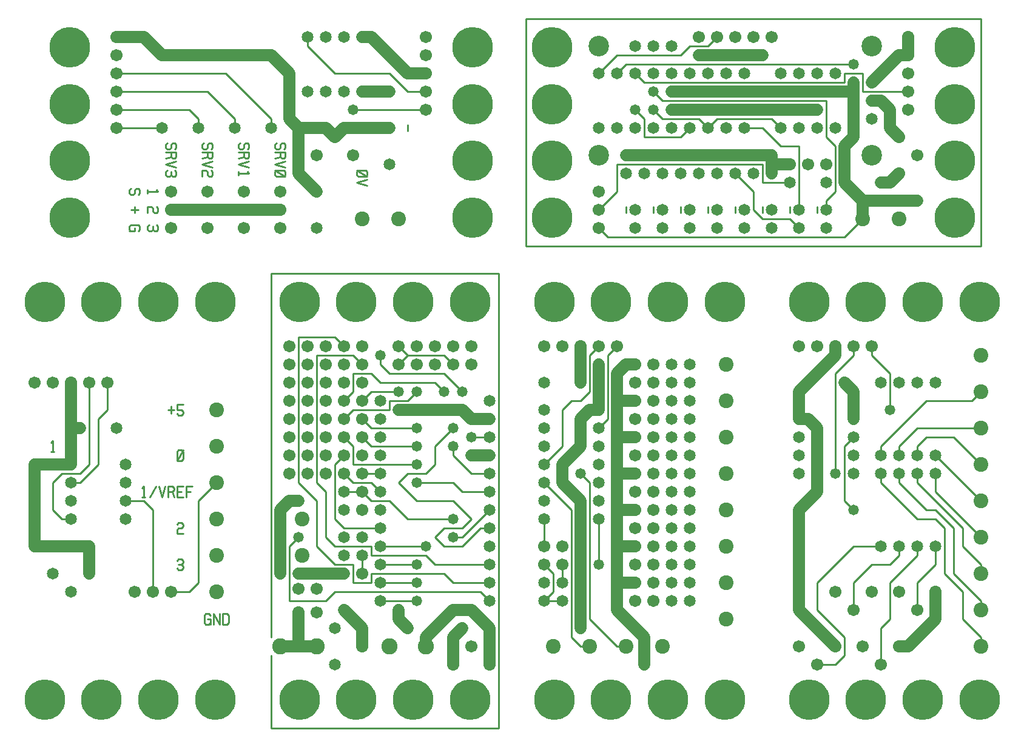
<source format=gtl>
%MOIN*%
%FSLAX25Y25*%
G04 D10 used for Character Trace; *
G04     Circle (OD=.01000) (No hole)*
G04 D11 used for Power Trace; *
G04     Circle (OD=.06700) (No hole)*
G04 D12 used for Signal Trace; *
G04     Circle (OD=.01100) (No hole)*
G04 D13 used for Via; *
G04     Circle (OD=.05800) (Round. Hole ID=.02800)*
G04 D14 used for Component hole; *
G04     Circle (OD=.06500) (Round. Hole ID=.03500)*
G04 D15 used for Component hole; *
G04     Circle (OD=.06700) (Round. Hole ID=.04300)*
G04 D16 used for Component hole; *
G04     Circle (OD=.08100) (Round. Hole ID=.05100)*
G04 D17 used for Component hole; *
G04     Circle (OD=.08900) (Round. Hole ID=.05900)*
G04 D18 used for Component hole; *
G04     Circle (OD=.11300) (Round. Hole ID=.08300)*
G04 D19 used for Component hole; *
G04     Circle (OD=.16000) (Round. Hole ID=.13000)*
G04 D20 used for Component hole; *
G04     Circle (OD=.18300) (Round. Hole ID=.15300)*
G04 D21 used for Component hole; *
G04     Circle (OD=.22291) (Round. Hole ID=.19291)*
%ADD10C,.01000*%
%ADD11C,.06700*%
%ADD12C,.01100*%
%ADD13C,.05800*%
%ADD14C,.06500*%
%ADD15C,.06700*%
%ADD16C,.08100*%
%ADD17C,.08900*%
%ADD18C,.11300*%
%ADD19C,.16000*%
%ADD20C,.18300*%
%ADD21C,.22291*%
%IPPOS*%
%LPD*%
G90*X0Y0D02*D21*X55625Y15625D03*D14*              
X70000Y75000D03*X80000Y85000D03*D11*Y100000D01*   
X50000D01*Y145000D01*X70000D01*D14*D03*D11*       
Y165000D01*X75000D01*D14*D03*D11*X70000D02*       
Y190000D01*D15*D03*X80000D03*D12*Y145000D01*      
X75000Y140000D01*X65000D01*X60000Y135000D01*      
Y120000D01*X65000Y115000D01*X70000D01*D14*D03*    
Y125000D03*D12*Y135000D02*X75000D01*D14*X70000D03*
D12*X75000D02*X85000Y145000D01*Y170000D01*        
X90000Y175000D01*Y190000D01*D15*D03*D14*          
X95000Y165000D03*D15*X60000Y190000D03*D10*        
X59163Y156914D02*X60000Y157871D01*Y152129D01*     
X59163D02*X60837D01*X123326Y175000D02*X126674D01* 
X125000Y176914D02*Y173086D01*X131674Y177871D02*   
X128326D01*Y175000D01*X130837D01*                 
X131674Y174043D01*Y173086D01*X130837Y172129D01*   
X129163D01*X128326Y173086D01*X131674Y148086D02*   
X130837Y147129D01*X129163D01*X128326Y148086D01*   
Y151914D01*X129163Y152871D01*X130837D01*          
X131674Y151914D01*Y148086D01*X128326Y147129D02*   
X131674Y152871D01*D15*X50000Y190000D03*D21*       
X118125Y234375D03*X86875D03*D14*X100000Y145000D03*
D21*X55625Y234375D03*D14*X100000Y135000D03*D16*   
X150000D03*D12*X140000Y125000D01*Y80000D01*       
X135000Y75000D01*X125000D01*D15*D03*X115000D03*   
D12*Y120000D01*X110000Y125000D01*X100000D01*D14*  
D03*Y115000D03*D10*X109163Y131914D02*             
X110000Y132871D01*Y127129D01*X109163D02*          
X110837D01*X113326D02*X116674Y132871D01*          
X118326D02*X120000Y127129D01*X121674Y132871D01*   
X123326Y127129D02*Y132871D01*X125837D01*          
X126674Y131914D01*Y130957D01*X125837Y130000D01*   
X123326D01*X125837D02*X126674Y127129D01*          
X131674D02*X128326D01*Y132871D01*X131674D01*      
X128326Y130000D02*X130837D01*X133326Y127129D02*   
Y132871D01*X136674D01*X133326Y130000D02*          
X135837D01*X128326Y111914D02*X129163Y112871D01*   
X130837D01*X131674Y111914D01*Y110957D01*          
X130837Y110000D01*X129163D01*X128326Y109043D01*   
Y107129D01*X131674D01*X128326Y91914D02*           
X129163Y92871D01*X130837D01*X131674Y91914D01*     
Y90957D01*X130837Y90000D01*X129163D01*X130837D02* 
X131674Y89043D01*Y88086D01*X130837Y87129D01*      
X129163D01*X128326Y88086D01*D14*X60000Y85000D03*  
D16*X150000Y75000D03*Y175000D03*Y95000D03*        
Y115000D03*D15*X105000Y75000D03*D16*              
X150000Y155000D03*D10*X146674Y58086D02*           
X145837Y57129D01*X144163D01*X143326Y58086D01*     
Y61914D01*X144163Y62871D01*X145837D01*            
X146674Y61914D01*X145000Y60000D02*X146674D01*     
Y57129D01*X148326D02*Y62871D01*X151674Y57129D01*  
Y62871D01*X153326Y57129D02*Y62871D01*X155837D01*  
X156674Y61914D01*Y58086D01*X155837Y57129D01*      
X153326D01*D21*X149375Y234375D03*X86875Y15625D03* 
X118125D03*X149375D03*G90*X0Y0D02*D12*X180000D02* 
X305000D01*Y250000D01*X180000D01*Y50000D01*D17*   
X185000Y45000D03*D11*X195000D01*X205000D01*D17*   
D03*D14*X215000Y35000D03*Y55000D03*D11*           
X195000Y45000D02*Y63700D01*D15*D03*D12*           
X190000Y70000D02*X210000D01*X215000Y75000D01*     
X295000D01*X300000Y70000D01*D14*D03*Y80000D03*D12*
X280000D01*X275000Y85000D01*X235000D01*Y80000D01* 
X225000D01*Y90000D01*X215000D01*X205000Y100000D01*
Y125000D01*X195000Y135000D01*Y215000D01*          
X215000D01*X220000Y210000D01*D15*D03*D12*         
X230000Y200000D02*X225000Y205000D01*D15*          
X230000Y200000D03*D12*X240000Y190000D02*          
X235000Y195000D01*X240000Y190000D02*X270000D01*   
X275000Y185000D01*D13*D03*D11*X290000Y170000D02*  
X285000Y175000D01*D13*X290000Y170000D03*D11*      
X300000D01*D14*D03*D13*X290000Y160000D03*D12*     
X300000D01*D14*D03*D13*X290000Y150000D03*D11*     
X300000D01*D14*D03*D12*X290000Y140000D02*         
X300000D01*D14*D03*D12*X290000D02*                
X280000Y150000D01*Y155000D01*D13*D03*D12*         
X265000Y140000D02*X270000Y145000D01*              
X255000Y140000D02*X265000D01*X250000Y135000D02*   
X255000Y140000D01*X260000Y125000D02*              
X250000Y135000D01*X260000Y125000D02*X280000D01*   
X290000Y115000D01*X285000Y110000D01*X275000D01*   
X270000Y105000D01*X275000Y100000D01*X285000D01*   
X295000Y110000D01*X300000D01*D14*D03*Y120000D03*  
D12*X285000Y105000D01*X280000D01*D13*D03*         
Y115000D03*D12*X255000D01*X245000Y125000D01*      
X235000D01*X230000Y130000D01*D15*D03*D12*         
X220000D01*D14*D03*D12*X225000Y135000D02*         
X235000D01*X240000Y130000D01*D14*D03*D15*         
X230000Y140000D03*D12*X240000D01*D14*D03*D15*     
X230000Y150000D03*D14*X240000D03*D12*             
X225000Y145000D02*Y155000D01*Y145000D02*          
X260000D01*D13*D03*D12*X270000D02*Y155000D01*     
X285000Y130000D02*X280000Y135000D01*              
X285000Y130000D02*X300000D01*D14*D03*D12*         
X260000Y135000D02*X280000D01*D13*X260000D03*D12*  
X270000Y155000D02*X280000Y165000D01*D13*D03*D11*  
X250000Y175000D02*X285000D01*D13*X250000D03*D12*  
X245000Y180000D02*X255000D01*X245000Y175000D02*   
Y180000D01*X225000Y175000D02*X245000D01*          
X220000Y170000D02*X225000Y175000D01*D15*          
X220000Y170000D03*X230000Y160000D03*D12*          
X235000Y155000D01*X260000D01*D13*D03*Y165000D03*  
D12*X235000D01*X230000Y170000D01*D15*D03*D14*     
X240000Y160000D03*Y180000D03*D15*X220000D03*D12*  
X225000Y185000D01*Y195000D01*X235000D01*          
X245000D02*X240000Y200000D01*X245000Y195000D02*   
X275000D01*X285000Y185000D01*D13*D03*D15*         
X270000Y200000D03*D14*X300000Y180000D03*D15*      
X290000Y200000D03*X280000D03*D12*                 
X275000Y205000D01*X255000D01*X250000Y200000D01*   
D15*D03*D12*X255000Y205000D02*X250000Y210000D01*  
D15*D03*X260000Y200000D03*D12*X240000D02*         
Y205000D01*D13*D03*D15*X230000Y210000D03*         
Y190000D03*D12*X205000Y205000D02*X225000D01*      
X205000Y135000D02*Y205000D01*X210000Y130000D02*   
X205000Y135000D01*X210000Y105000D02*Y130000D01*   
X215000Y100000D02*X210000Y105000D01*              
X215000Y100000D02*X235000D01*Y95000D01*X265000D01*
X270000Y90000D01*X300000D01*D14*D03*Y100000D03*   
D11*X265000Y50000D02*X280000Y65000D01*            
X265000Y45000D02*Y50000D01*D17*Y45000D03*D13*     
X255000Y55000D03*D11*X250000Y60000D01*Y65000D01*  
D13*D03*D14*X240000Y70000D03*D12*X260000D01*D13*  
D03*Y80000D03*D12*X240000D01*D14*D03*D15*         
X230000Y85000D03*D12*Y95000D01*D14*D03*           
X220000Y105000D03*Y85000D03*D11*X195000D01*D13*   
D03*D15*X205000Y76700D03*D16*X197000Y95000D03*D13*
X185000Y85000D03*D11*Y120000D01*X190000Y125000D01*
X195000D01*D13*D03*D16*X197000Y115000D03*D15*     
X210000Y140000D03*X200000D03*X190000D03*D12*      
X215000Y115000D02*Y145000D01*X220000Y110000D02*   
X215000Y115000D01*X220000Y110000D02*X240000D01*   
D14*D03*D15*X230000Y120000D03*D14*X240000D03*     
Y100000D03*D12*X265000D01*D13*D03*                
X260000Y90000D03*D12*X240000D01*D14*D03*          
X230000Y105000D03*X220000Y95000D03*Y65000D03*D11* 
X230000Y55000D01*Y45000D01*D15*D03*D17*X245000D03*
D15*X205000Y63700D03*D21*X258125Y15625D03*        
X226875D03*D15*X195000Y76700D03*D21*              
X195625Y15625D03*D12*X190000Y70000D02*Y100000D01* 
X195000Y105000D01*D13*D03*D14*X220000Y120000D03*  
D12*X225000Y135000D02*X220000Y140000D01*D15*D03*  
D12*X215000Y145000D02*X220000Y150000D01*D15*D03*  
D12*X225000Y155000D02*X220000Y160000D01*D15*D03*  
X210000Y170000D03*Y150000D03*Y160000D03*          
X200000Y180000D03*X230000D03*D12*                 
X235000Y185000D01*X250000D01*D13*D03*D12*         
X255000Y180000D02*X260000Y185000D01*D13*D03*D14*  
X240000Y170000D03*D15*X280000Y210000D03*          
X270000D03*X260000D03*X290000D03*                 
X220000Y200000D03*Y190000D03*D21*                 
X289375Y234375D03*D15*X210000Y210000D03*          
Y200000D03*Y190000D03*D21*X258125Y234375D03*D15*  
X210000Y180000D03*D21*X226875Y234375D03*D15*      
X200000Y210000D03*Y200000D03*Y190000D03*          
Y170000D03*Y160000D03*Y150000D03*D21*             
X195625Y234375D03*D15*X190000Y210000D03*          
Y200000D03*Y190000D03*Y180000D03*Y170000D03*      
Y160000D03*Y150000D03*D11*X280000Y65000D02*       
X290000D01*X300000Y55000D01*Y35000D01*D15*D03*    
X290000Y45000D03*D11*X280000Y35000D02*Y50000D01*  
D15*Y35000D03*D11*Y50000D02*X285000Y55000D01*D13* 
D03*D21*X289375Y15625D03*D12*X180000Y0D02*        
Y40000D01*G90*X0Y0D02*D14*X330000Y70000D03*D12*   
X340000D01*D14*D03*D12*X330000D02*                
X335000Y75000D01*Y85000D01*X330000Y90000D01*D15*  
D03*D14*X340000Y80000D03*D12*Y90000D01*D15*D03*   
X330000Y100000D03*D12*Y115000D01*D14*D03*         
Y125000D03*D12*X345000Y50000D02*Y120000D01*       
X350000Y45000D02*X345000Y50000D01*                
X350000Y45000D02*X355000D01*D16*D03*D13*          
X350000Y55000D03*D11*Y125000D01*X340000Y135000D01*
Y145000D01*X350000Y155000D01*Y170000D01*          
X355000Y175000D01*X360000D01*D14*D03*D11*         
Y200000D01*D13*D03*D12*X365000Y170000D02*         
Y205000D01*X360000Y165000D02*X365000Y170000D01*   
D14*X360000Y165000D03*D11*X370000Y140000D02*      
Y160000D01*Y120000D02*Y140000D01*Y100000D02*      
Y120000D01*D13*Y100000D03*D11*Y80000D01*Y65000D01*
X385000Y50000D01*Y35000D01*D13*D03*D16*           
X395000Y45000D03*X375000D03*D12*X370000D01*       
X355000Y60000D01*Y135000D01*X350000Y140000D01*D13*
D03*D14*X360000Y135000D03*Y145000D03*Y155000D03*  
D12*X330000Y145000D02*X340000Y155000D01*D14*      
X330000Y145000D03*D12*X340000Y155000D02*          
Y175000D01*X345000Y180000D01*X350000D01*          
X355000Y185000D01*Y205000D01*X360000Y210000D01*   
D15*D03*D12*X365000Y205000D02*X370000Y210000D01*  
D15*D03*X380000Y200000D03*D11*X375000D01*         
X370000Y195000D01*Y190000D01*D13*D03*D11*         
Y180000D01*Y160000D01*X380000D01*D15*D03*         
X390000Y150000D03*Y170000D03*Y160000D03*          
X380000Y170000D03*Y150000D03*D14*                 
X400000Y140000D03*Y180000D03*Y150000D03*D15*      
X390000Y180000D03*D11*X370000Y140000D02*          
X380000D01*D15*D03*X390000Y130000D03*Y140000D03*  
X380000Y130000D03*D14*X400000Y120000D03*          
Y160000D03*Y130000D03*D11*X370000Y120000D02*      
X380000D01*D15*D03*X390000Y110000D03*Y120000D03*  
X380000Y110000D03*D14*X400000Y100000D03*          
Y110000D03*D11*X370000Y100000D02*X380000D01*D15*  
D03*X390000Y90000D03*Y100000D03*X380000Y90000D03* 
D14*X400000Y80000D03*X360000Y115000D03*D12*       
Y90000D01*D13*D03*D11*X370000Y80000D02*X380000D01*
D15*D03*X390000Y70000D03*Y80000D03*               
X380000Y70000D03*D14*X400000D03*Y90000D03*        
X410000Y110000D03*Y70000D03*Y80000D03*Y90000D03*  
Y100000D03*Y120000D03*D15*X340000Y100000D03*D12*  
X345000Y120000D02*X330000Y135000D01*D14*D03*      
Y155000D03*X360000Y125000D03*X330000Y165000D03*   
Y175000D03*D11*X370000Y180000D02*X380000D01*D15*  
D03*X390000Y190000D03*X380000D03*D14*             
X400000Y200000D03*Y170000D03*D15*                 
X390000Y200000D03*D14*X400000Y190000D03*          
X410000Y150000D03*D15*X350000Y210000D03*D11*      
Y190000D01*D14*D03*D15*X330000Y210000D03*D14*     
Y190000D03*D15*X340000Y210000D03*D21*             
X366875Y234375D03*X335625D03*X398125D03*D14*      
X410000Y130000D03*Y140000D03*Y160000D03*          
Y170000D03*Y180000D03*Y190000D03*Y200000D03*D16*  
X430000Y120000D03*Y140000D03*Y160000D03*          
Y180000D03*Y200000D03*D21*X429375Y234375D03*D16*  
X430000Y100000D03*D14*X330000Y80000D03*D16*       
X430000D03*Y60000D03*X335000Y45000D03*D21*        
X335625Y15625D03*X366875D03*X398125D03*X429375D03*
G90*X0Y0D02*D15*X470000Y45000D03*D11*X490000D02*  
X470000Y65000D01*D15*X490000Y45000D03*D12*        
Y35000D02*X495000Y40000D01*X480000Y35000D02*      
X490000D01*D15*X480000D03*D12*X495000Y40000D02*   
Y50000D01*X480000Y65000D01*Y80000D01*             
X500000Y100000D01*X515000D01*D14*D03*D12*         
X520000Y90000D02*X525000Y95000D01*                
X510000Y90000D02*X520000D01*X500000Y80000D02*     
X510000Y90000D01*X500000Y65000D02*Y80000D01*D15*  
Y65000D03*X510000Y75000D03*X490000D03*D12*        
X515000Y35000D02*Y55000D01*D15*Y35000D03*         
X525000Y45000D03*D11*X530000D01*X545000Y60000D01* 
Y75000D01*D15*D03*D12*X570000Y70000D02*           
X555000Y85000D01*X570000Y65000D02*Y70000D01*D16*  
Y65000D03*D12*X560000Y60000D02*Y75000D01*         
X570000Y50000D02*X560000Y60000D01*                
X570000Y45000D02*Y50000D01*D16*Y45000D03*D21*     
X538125Y15625D03*X569375D03*D12*X560000Y75000D02* 
X550000Y85000D01*Y110000D01*X545000Y115000D01*    
X535000D01*X515000Y135000D01*Y140000D01*D14*D03*  
X525000Y150000D03*D12*Y155000D01*                 
X535000Y165000D01*X570000D01*D16*D03*D12*         
X540000Y180000D02*X565000D01*X515000Y155000D02*   
X540000Y180000D01*X515000Y150000D02*Y155000D01*   
D14*Y150000D03*X525000Y140000D03*D12*Y135000D01*  
X540000Y120000D01*X545000D01*X555000Y110000D01*   
Y85000D01*X535000Y80000D02*X545000Y90000D01*      
X535000Y65000D02*Y80000D01*D15*Y65000D03*         
X525000Y75000D03*D12*X520000Y60000D02*Y80000D01*  
X515000Y55000D02*X520000Y60000D01*D15*            
X505000Y45000D03*D12*X520000Y80000D02*            
X535000Y95000D01*Y100000D01*D14*D03*D12*          
X545000Y90000D02*Y100000D01*D14*D03*D12*          
X570000Y90000D02*X560000Y100000D01*               
X570000Y85000D02*Y90000D01*D16*Y85000D03*D12*     
X560000Y100000D02*Y110000D01*X535000Y135000D01*   
Y140000D01*D14*D03*D12*X570000Y105000D02*         
X545000Y130000D01*D16*X570000Y105000D03*          
Y125000D03*D12*X545000Y150000D01*D14*D03*D12*     
X570000Y145000D02*X555000Y160000D01*D16*          
X570000Y145000D03*D12*X540000Y160000D02*          
X555000D01*X535000Y155000D02*X540000Y160000D01*   
X535000Y150000D02*Y155000D01*D14*Y150000D03*      
X545000Y140000D03*D12*Y130000D01*D14*             
X525000Y100000D03*D12*Y95000D01*D13*              
X500000Y120000D03*D12*X495000Y125000D01*          
Y155000D01*X500000Y160000D01*D14*D03*Y170000D03*  
D11*Y185000D01*X495000Y190000D01*D14*D03*D12*     
X490000Y140000D02*Y195000D01*D13*Y140000D03*D14*  
X500000Y150000D03*D11*X470000Y120000D02*          
X480000Y130000D01*X470000Y65000D02*Y120000D01*D21*
X475625Y15625D03*X506875D03*D11*X480000Y130000D02*
Y165000D01*X475000Y170000D01*X470000D01*D14*D03*  
D11*Y185000D01*X475000Y190000D01*D14*D03*D11*     
X490000Y205000D01*Y210000D01*D15*D03*D12*         
Y195000D02*X500000Y205000D01*Y210000D01*D15*D03*  
D12*X520000Y195000D02*X510000Y205000D01*          
X520000Y175000D02*Y195000D01*D13*Y175000D03*D14*  
X535000Y190000D03*X525000D03*X515000D03*          
X545000D03*D12*X510000Y205000D02*Y210000D01*D15*  
D03*D21*X506875Y234375D03*D15*X480000Y210000D03*  
D21*X538125Y234375D03*X475625D03*D15*             
X470000Y210000D03*D14*Y160000D03*D12*             
X565000Y180000D02*X570000Y185000D01*D16*D03*      
Y205000D03*D21*X569375Y234375D03*D14*             
X500000Y140000D03*X470000Y150000D03*Y140000D03*   
G90*X0Y0D02*X205000Y275000D03*D15*X185000D03*     
X165000D03*X145000D03*X125000D03*D10*             
X116914Y276674D02*X117871Y275837D01*Y274163D01*   
X116914Y273326D01*X115957D01*X115000Y274163D01*   
Y275837D01*Y274163D02*X114043Y273326D01*          
X113086D01*X112129Y274163D01*Y275837D01*          
X113086Y276674D01*X103086Y273326D02*              
X102129Y274163D01*Y275837D01*X103086Y276674D01*   
X106914D01*X107871Y275837D01*Y274163D01*          
X106914Y273326D01*X105000Y275000D02*Y273326D01*   
X102129D01*D16*X250000Y280000D03*X230000D03*D21*  
X69375Y280625D03*D15*X185000Y285000D03*D11*       
X165000D01*D15*D03*D11*X145000D01*D15*D03*D11*    
X125000D01*D15*D03*D10*X116914Y295837D02*         
X117871Y295000D01*X112129D01*Y295837D02*          
Y294163D01*D15*X125000Y295000D03*D10*             
X116914Y286674D02*X117871Y285837D01*Y284163D01*   
X116914Y283326D01*X115957D01*X115000Y284163D01*   
Y285837D01*X114043Y286674D01*X112129D01*          
Y283326D01*X146914Y306674D02*X147871Y305837D01*   
Y304163D01*X146914Y303326D01*X145957D01*          
X145000Y304163D01*Y305837D01*X144043Y306674D01*   
X142129D01*Y303326D01*X106914Y293326D02*          
X107871Y294163D01*Y295837D01*X106914Y296674D01*   
X105957D01*X105000Y295837D01*Y294163D01*          
X104043Y293326D01*X103086D01*X102129Y294163D01*   
Y295837D01*X103086Y296674D01*X126914Y306674D02*   
X127871Y305837D01*Y304163D01*X126914Y303326D01*   
X125957D01*X125000Y304163D01*Y305837D01*          
Y304163D02*X124043Y303326D01*X123086D01*          
X122129Y304163D01*Y305837D01*X123086Y306674D01*   
X105000Y286674D02*Y283326D01*X106914Y285000D02*   
X103086D01*D15*X145000Y295000D03*D10*             
X147871Y311674D02*X142129Y310000D01*              
X147871Y308326D01*X127871Y311674D02*              
X122129Y310000D01*X127871Y308326D01*              
X142129Y316674D02*X147871D01*Y314163D01*          
X146914Y313326D01*X145957D01*X145000Y314163D01*   
Y316674D01*Y314163D02*X142129Y313326D01*          
X122129Y316674D02*X127871D01*Y314163D01*          
X126914Y313326D01*X125957D01*X125000Y314163D01*   
Y316674D01*Y314163D02*X122129Y313326D01*          
X146914Y318326D02*X147871Y319163D01*Y320837D01*   
X146914Y321674D01*X145957D01*X145000Y320837D01*   
Y319163D01*X144043Y318326D01*X143086D01*          
X142129Y319163D01*Y320837D01*X143086Y321674D01*   
X126914Y318326D02*X127871Y319163D01*Y320837D01*   
X126914Y321674D01*X125957D01*X125000Y320837D01*   
Y319163D01*X124043Y318326D01*X123086D01*          
X122129Y319163D01*Y320837D01*X123086Y321674D01*   
D15*X165000Y295000D03*D10*X166914Y305837D02*      
X167871Y305000D01*X162129D01*Y305837D02*          
Y304163D01*X167871Y311674D02*X162129Y310000D01*   
X167871Y308326D01*X162129Y316674D02*X167871D01*   
Y314163D01*X166914Y313326D01*X165957D01*          
X165000Y314163D01*Y316674D01*Y314163D02*          
X162129Y313326D01*X166914Y318326D02*              
X167871Y319163D01*Y320837D01*X166914Y321674D01*   
X165957D01*X165000Y320837D01*Y319163D01*          
X164043Y318326D01*X163086D01*X162129Y319163D01*   
Y320837D01*X163086Y321674D01*D14*                 
X160000Y330000D03*D12*Y335000D01*                 
X145000Y350000D01*X95000D01*D15*D03*Y360000D03*   
D12*X155000D01*X180000Y335000D01*Y330000D01*D14*  
D03*D11*X190000Y360000D02*Y335000D01*             
X180000Y370000D02*X190000Y360000D01*D14*          
X180000Y370000D03*D11*X160000D01*D14*D03*D11*     
X140000D01*D14*D03*D11*X120000D01*D14*D03*D11*    
X110000Y380000D01*X95000D01*D15*D03*Y370000D03*   
D21*X69375Y374375D03*Y343125D03*D12*              
X95000Y340000D02*X135000D01*D15*X95000D03*        
Y330000D03*D12*X120000D01*D14*D03*D12*            
X135000Y340000D02*X140000Y335000D01*Y330000D01*   
D14*D03*D15*X185000Y295000D03*D10*                
X183086Y303326D02*X182129Y304163D01*Y305837D01*   
X183086Y306674D01*X186914D01*X187871Y305837D01*   
Y304163D01*X186914Y303326D01*X183086D01*          
X182129Y306674D02*X187871Y303326D01*Y311674D02*   
X182129Y310000D01*X187871Y308326D01*              
X182129Y316674D02*X187871D01*Y314163D01*          
X186914Y313326D01*X185957D01*X185000Y314163D01*   
Y316674D01*Y314163D02*X182129Y313326D01*          
X186914Y318326D02*X187871Y319163D01*Y320837D01*   
X186914Y321674D01*X185957D01*X185000Y320837D01*   
Y319163D01*X184043Y318326D01*X183086D01*          
X182129Y319163D01*Y320837D01*X183086Y321674D01*   
D11*X190000Y335000D02*X195000Y330000D01*          
Y305000D01*X205000Y295000D01*D14*D03*D15*         
X225000Y315000D03*X205000D03*D10*                 
X232871Y301674D02*X227129Y300000D01*              
X232871Y298326D01*X228086Y303326D02*              
X227129Y304163D01*Y305837D01*X228086Y306674D01*   
X231914D01*X232871Y305837D01*Y304163D01*          
X231914Y303326D01*X228086D01*X227129Y306674D02*   
X232871Y303326D01*D15*X215000Y325000D03*D11*      
X210000Y330000D01*X195000D01*D14*                 
X210000Y350000D03*D11*X215000Y325000D02*          
X220000Y330000D01*X245000D01*D14*D03*D10*         
X255000Y331674D02*Y328326D01*D15*                 
X265000Y350000D03*D12*X255000D01*                 
X245000Y360000D01*X215000D01*X200000Y375000D01*   
Y380000D01*D14*D03*X210000D03*X220000D03*         
X230000Y350000D03*D11*X245000D01*D14*D03*D11*     
Y370000D02*X255000Y360000D01*D14*                 
X245000Y370000D03*D11*X235000Y380000D01*          
X230000D01*D14*D03*D11*X255000Y360000D02*         
X265000D01*D15*D03*Y370000D03*Y380000D03*         
Y340000D03*D12*X225000D01*D13*D03*D14*            
X220000Y350000D03*X200000D03*X245000Y310000D03*   
D21*X290625Y280625D03*Y311875D03*Y343125D03*      
Y374375D03*X69375Y311875D03*G90*X0Y0D02*D12*      
X320000Y390000D02*Y265000D01*Y390000D02*          
X570000D01*Y265000D01*X320000D01*D21*             
X334375Y280625D03*D15*X360000Y275000D03*D12*      
X365000Y270000D01*X495000D01*X505000Y280000D01*   
D16*D03*D11*Y290000D01*X495000Y300000D01*D14*D03* 
D11*Y320000D01*X500000Y325000D01*Y350000D01*      
X460000D01*D13*D03*D11*X400000D01*D13*D03*D12*    
X390000D02*X395000Y345000D01*D13*                 
X390000Y350000D03*D12*X395000Y345000D02*          
X485000D01*Y325000D01*X490000Y320000D01*          
Y295000D01*X485000Y290000D01*Y285000D01*D14*D03*  
D10*X480000Y286674D02*Y283326D01*D14*             
X485000Y275000D03*Y300000D03*X470000Y285000D03*   
D12*Y320000D01*X460000D01*X450000Y330000D01*      
X440000D01*D14*D03*X430000D03*D11*                
X445000Y315000D02*X455000D01*D14*X445000D03*D11*  
X435000D01*D14*D03*D11*X425000D01*D14*D03*D11*    
X415000D01*D14*D03*D11*X405000D01*D14*D03*D11*    
X395000D01*D14*D03*D11*X385000D01*D14*D03*D11*    
X375000D01*D14*D03*D12*X370000Y310000D02*         
Y295000D01*X360000Y285000D01*D15*D03*Y295000D03*  
D10*X375000Y286674D02*Y283326D01*D14*Y305000D03*  
X380000Y275000D03*Y285000D03*D21*                 
X334375Y311875D03*D12*X370000Y310000D02*          
X450000D01*Y300000D01*X465000D01*D14*D03*D15*     
X475000Y310000D03*D11*X455000Y315000D02*          
Y310000D01*Y305000D01*D14*D03*D11*Y310000D02*     
X465000D01*D15*D03*D14*X480000Y330000D03*         
X470000D03*D15*X485000Y310000D03*D14*             
X460000Y330000D03*D12*X455000Y335000D01*          
X425000D01*X420000Y330000D01*D14*D03*D12*         
X415000Y335000D01*X395000D01*X390000Y340000D01*   
D13*D03*D12*X380000D02*X385000Y335000D01*D13*     
X380000Y340000D03*D12*X385000Y335000D02*          
Y325000D01*X405000D01*X410000Y330000D01*D14*D03*  
D13*X400000Y340000D03*D11*X480000D01*D13*D03*D14* 
X490000Y330000D03*D12*X385000Y355000D02*          
X495000D01*X380000Y360000D02*X385000Y355000D01*   
D14*X380000Y360000D03*D12*X370000D02*             
X375000Y365000D01*D14*X370000Y360000D03*D12*      
X375000Y365000D02*X500000D01*D13*D03*D12*         
X495000Y360000D02*X505000D01*X495000D02*          
Y355000D01*D11*X500000D02*Y350000D01*D13*         
Y355000D03*D12*X505000Y360000D02*Y350000D01*D14*  
X510000Y355000D03*D11*X525000Y370000D01*          
X530000D01*D15*D03*D11*Y380000D01*D15*D03*        
Y360000D03*D18*X510000Y375000D03*D21*             
X555625Y374375D03*D12*X505000Y350000D02*          
X530000D01*D15*D03*D11*X515000Y345000D02*         
X520000Y340000D01*X510000Y345000D02*X515000D01*   
D13*X510000D03*D11*X520000Y340000D02*Y330000D01*  
X525000Y325000D01*D15*D03*X535000Y315000D03*D14*  
X510000Y335000D03*D15*X530000Y340000D03*D18*      
X510000Y315000D03*D15*X525000Y305000D03*D11*      
X520000Y300000D01*X515000D01*D14*D03*D11*         
X505000Y290000D02*X535000D01*D13*D03*D16*         
X525000Y280000D03*D21*X555625Y311875D03*          
Y280625D03*Y343125D03*D14*X470000Y275000D03*D12*  
X465000Y280000D01*X450000D01*X445000Y285000D01*   
Y295000D01*X435000Y305000D01*D14*D03*X445000D03*  
X425000D03*X455000Y285000D03*D10*                 
X420000Y286674D02*Y283326D01*D14*                 
X425000Y285000D03*X415000Y305000D03*D10*          
X435000Y286674D02*Y283326D01*D14*                 
X440000Y285000D03*D10*X450000Y286674D02*          
Y283326D01*D14*X410000Y285000D03*Y275000D03*D10*  
X465000Y286674D02*Y283326D01*D14*                 
X425000Y275000D03*X405000Y305000D03*              
X440000Y275000D03*D10*X405000Y286674D02*          
Y283326D01*D14*X455000Y275000D03*                 
X400000Y330000D03*X395000Y305000D03*Y285000D03*   
Y275000D03*X390000Y330000D03*D10*Y286674D02*      
Y283326D01*D14*X385000Y305000D03*                 
X490000Y360000D03*X480000D03*X470000D03*          
X460000D03*X380000Y330000D03*X440000Y360000D03*   
X430000D03*X420000D03*X410000D03*X400000D03*      
X390000D03*D12*X360000D02*X370000Y370000D01*D14*  
X360000Y360000D03*D12*X370000Y370000D02*          
X405000D01*X410000Y375000D01*X420000D01*          
X425000Y380000D01*D15*D03*D13*X415000Y370000D03*  
D11*X450000D01*D13*D03*D15*X455000Y380000D03*     
X445000D03*X435000D03*X415000D03*D14*             
X400000Y375000D03*X390000D03*X380000D03*          
X370000Y330000D03*D18*X360000Y375000D03*D14*      
Y330000D03*D18*Y315000D03*D21*X334375Y374375D03*  
Y343125D03*M02*                                   

</source>
